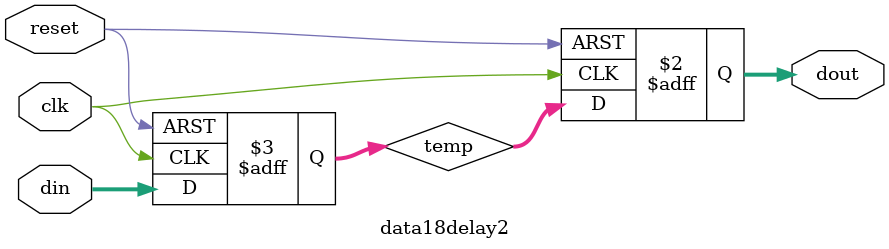
<source format=v>
`timescale 1ns / 1ps


module data18delay2(
 input clk,
      input signed[17:0] din,
      output reg signed[17:0] dout,
      input reset
   );
   reg signed[17:0] temp;
   always@(posedge clk or posedge reset)
   begin
   if(reset)
   begin
     temp<=0;
     dout<=0;
   end
   else
   begin
    temp<=din;
    dout<=temp;
    end
   end
endmodule

</source>
